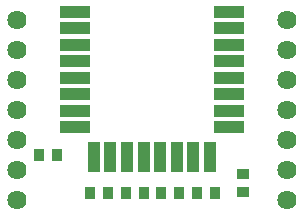
<source format=gts>
%FSTAX24Y24*%
%MOIN*%
%IN MASK1.GBR *%
%ADD10C,0.0640*%
%ADD11R,0.0320X0.0420*%
%ADD12R,0.0420X0.0320*%
%ADD13R,0.0434X0.1005*%
%ADD14R,0.1005X0.0434*%
D10*X0095Y0015D03*Y0035D03*X0005D03*X0095Y0045D03*Y0005D03*
X0005Y0045D03*X0095Y0065D03*Y0055D03*X0005Y0065D03*Y0015D03*
X0095Y0025D03*X0005Y0005D03*Y0055D03*Y0025D03*D11*X00125Y002D03*
X00185D03*D14*X002441Y006787D03*D13*X003622Y001944D03*X004173D03*
X004724D03*X005276D03*X005827D03*X006378D03*X006929D03*D14*
X007559Y002928D03*Y00348D03*Y004031D03*X002441Y006235D03*
X007559Y004582D03*Y005133D03*Y005684D03*Y006235D03*Y006787D03*
X002441Y005684D03*Y005133D03*Y004582D03*Y004031D03*Y00348D03*
Y002928D03*D13*X003071Y001944D03*D11*X0065Y00075D03*X0071D03*D12*
X00805Y000775D03*Y001375D03*D11*X00415Y00075D03*X00475D03*X0053D03*
X0059D03*X00295D03*X00355D03*
M02*
</source>
